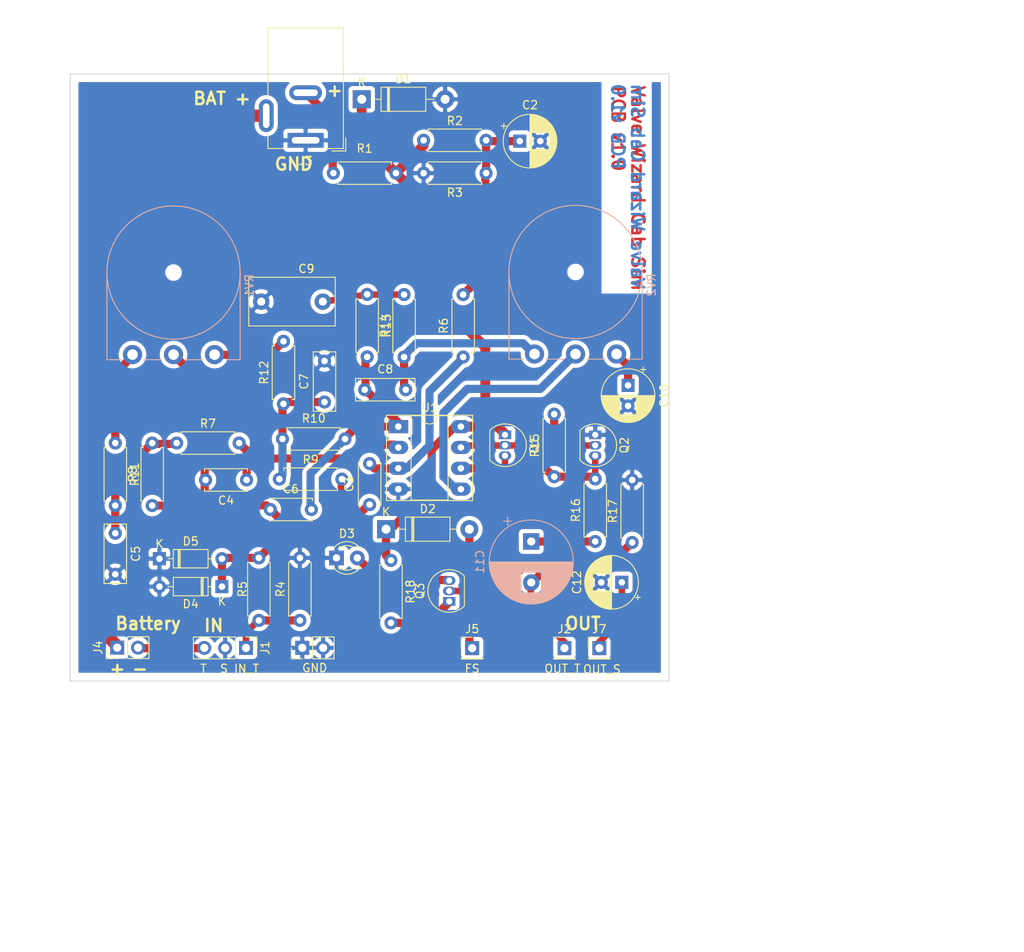
<source format=kicad_pcb>
(kicad_pcb (version 20171130) (host pcbnew "(5.1.10-1-10_14)")
  (layers (0 F.Cu signal) (31 B.Cu signal) (34 B.Paste user) (35 F.Paste user) (36 B.SilkS user) (37 F.SilkS user) (38 B.Mask user) (39 F.Mask user) (44 Edge.Cuts user))
  (net 0 "")
  (net 1 9V)
  (net 2 4.5V)
  (net 3 "Net-(C3-Pad2)")
  (net 4 "Net-(C3-Pad1)")
  (net 5 "Net-(C4-Pad2)")
  (net 6 "Net-(C4-Pad1)")
  (net 7 "Net-(C5-Pad1)")
  (net 8 "Net-(C6-Pad2)")
  (net 9 "Net-(C7-Pad1)")
  (net 10 "Net-(C8-Pad2)")
  (net 11 "Net-(C9-Pad1)")
  (net 12 "Net-(C10-Pad1)")
  (net 13 "Net-(C11-Pad1)")
  (net 14 "Net-(D3-Pad2)")
  (net 15 "Net-(J3-Pad2)")
  (net 16 "Net-(J3-Pad3)")
  (net 17 "Net-(Q1-Pad3)")
  (net 18 "Net-(Q1-Pad2)")
  (net 19 "Net-(Q3-Pad1)")
  (net 20 "Net-(R11-Pad1)")
  (net 21 "Net-(R12-Pad2)")
  (net 22 "Net-(RV2-Pad2)")
  (net 23 FS_IN2)
  (net 24 FS_NC2)
  (net 25 FS_IN)
  (net 26 IN_S)
  (net 27 IN_R)
  (net 28 "Net-(C12-Pad1)")
  (module border-motif:border-motif (layer F.Cu) (at 134 100)
    (fp_text reference G*** hide)
    (fp_text value LOGO hide)
  )
  (module border-motif:border-motif (layer F.Cu) (at 152 120)
    (fp_text reference G*** hide)
    (fp_text value LOGO hide)
  )
  (module MountingHole:MountingHole_2.7mm_Pad (layer F.Cu) (at 76.8477 130.99)
    (fp_text reference REF** hide)
    (fp_text value MountingHole_2.7mm_Pad hide)
    (pad "" np_thru_hole circle (at 0 0) (size 1 1) (drill 1) (layers *.Cu *.Mask))
  )
  (module Potentiometer_THT:Potentiometer_Piher_T-16L_Single_Vertical_Hole (layer B.Cu) (at 96.33726 75.12736 90)
    (fp_text reference RV2 (at 8.415 14.25 270) (layer B.SilkS) (effects (justify mirror)))
    (fp_text value 100KA)
    (pad "" np_thru_hole circle (at 10 5 90) (size 1 1) (drill 1) (layers *.Cu *.Mask Dwgs.User))
    (pad 1 thru_hole circle (at 0 0 90) (size 2.34 2.34) (drill 1.3) (layers *.Cu *.Mask) (net 10 "Net-(C8-Pad2)"))
    (pad 2 thru_hole circle (at 0 5 90) (size 2.34 2.34) (drill 1.3) (layers *.Cu *.Mask) (net 22 "Net-(RV2-Pad2)"))
    (pad 3 thru_hole circle (at 0 10 90) (size 2.34 2.34) (drill 1.3) (layers *.Cu *.Mask) (net 12 "Net-(C10-Pad1)"))
  )
  (module Potentiometer_THT:Potentiometer_Piher_T-16L_Single_Vertical_Hole (layer B.Cu) (at 47.33726 75.19736 90)
    (fp_text reference RV1 (at 8.415 14.25 270) (layer B.SilkS) (effects (justify mirror)))
    (fp_text value "CAB 100K")
    (pad "" np_thru_hole circle (at 10 5 90) (size 1 1) (drill 1) (layers *.Cu *.Mask Dwgs.User))
    (pad 1 thru_hole circle (at 0 0 90) (size 2.34 2.34) (drill 1.3) (layers *.Cu *.Mask) (net 20 "Net-(R11-Pad1)"))
    (pad 2 thru_hole circle (at 0 5 90) (size 2.34 2.34) (drill 1.3) (layers *.Cu *.Mask) (net 5 "Net-(C4-Pad2)"))
    (pad 3 thru_hole circle (at 0 10 90) (size 2.34 2.34) (drill 1.3) (layers *.Cu *.Mask) (net 21 "Net-(R12-Pad2)"))
  )
  (module Connector_PinHeader_2.54mm:PinHeader_1x02_P2.54mm_Vertical (layer F.Cu) (at 68.02726 110.93736 90)
    (fp_text reference J6 hide)
    (fp_text value GND (at -2.45 1.52 180) (layer F.SilkS))
    (pad 2 thru_hole oval (at 0 2.54 90) (size 1.7 1.7) (drill 1) (layers *.Cu *.Mask) (net 26 IN_S))
    (pad 1 thru_hole rect (at 0 0 90) (size 1.7 1.7) (drill 1) (layers *.Cu *.Mask) (net 26 IN_S))
  )
  (module Package_DIP:DIP-8_W7.62mm_Socket_LongPads (layer F.Cu) (at 79.73726 83.97736)
    (fp_text reference U1 (at 3.81 -2.33) (layer F.SilkS))
    (fp_text value TL072)
    (pad 8 thru_hole oval (at 7.62 0) (size 2.4 1.6) (drill 0.8) (layers *.Cu *.Mask) (net 1 9V))
    (pad 4 thru_hole oval (at 0 7.62) (size 2.4 1.6) (drill 0.8) (layers *.Cu *.Mask) (net 26 IN_S))
    (pad 7 thru_hole oval (at 7.62 2.54) (size 2.4 1.6) (drill 0.8) (layers *.Cu *.Mask) (net 18 "Net-(Q1-Pad2)"))
    (pad 3 thru_hole oval (at 0 5.08) (size 2.4 1.6) (drill 0.8) (layers *.Cu *.Mask) (net 3 "Net-(C3-Pad2)"))
    (pad 6 thru_hole oval (at 7.62 5.08) (size 2.4 1.6) (drill 0.8) (layers *.Cu *.Mask) (net 17 "Net-(Q1-Pad3)"))
    (pad 2 thru_hole oval (at 0 2.54) (size 2.4 1.6) (drill 0.8) (layers *.Cu *.Mask) (net 6 "Net-(C4-Pad1)"))
    (pad 5 thru_hole oval (at 7.62 7.62) (size 2.4 1.6) (drill 0.8) (layers *.Cu *.Mask) (net 22 "Net-(RV2-Pad2)"))
    (pad 1 thru_hole rect (at 0 0) (size 2.4 1.6) (drill 0.8) (layers *.Cu *.Mask) (net 8 "Net-(C6-Pad2)"))
  )
  (module Connector_PinHeader_2.54mm:PinHeader_1x02_P2.54mm_Vertical (layer F.Cu) (at 45.46726 110.91736 90)
    (fp_text reference J4 (at 0 -2.33 90) (layer F.SilkS))
    (fp_text value Battery (at 2.94 3.77 180) (layer F.SilkS) (effects (font (size 1.5 1.5) (thickness 0.3))))
    (pad 2 thru_hole oval (at 0 2.54 90) (size 1.7 1.7) (drill 1) (layers *.Cu *.Mask) (net 27 IN_R))
    (pad 1 thru_hole rect (at 0 0 90) (size 1.7 1.7) (drill 1) (layers *.Cu *.Mask) (net 16 "Net-(J3-Pad3)"))
  )
  (module Connector_PinHeader_2.54mm:PinHeader_1x01_P2.54mm_Vertical (layer F.Cu) (at 104.23726 110.97736)
    (fp_text reference J7 (at 0 -2.33) (layer F.SilkS))
    (fp_text value OUT_S (at 0.32 2.58) (layer F.SilkS))
    (pad 1 thru_hole rect (at 0 0) (size 1.7 1.7) (drill 1) (layers *.Cu *.Mask) (net 28 "Net-(C12-Pad1)"))
  )
  (module Connector_PinHeader_2.54mm:PinHeader_1x01_P2.54mm_Vertical (layer F.Cu) (at 88.73726 110.97736)
    (fp_text reference J5 (at 0 -2.33) (layer F.SilkS))
    (fp_text value FS4)
    (pad 1 thru_hole rect (at 0 0) (size 1.7 1.7) (drill 1) (layers *.Cu *.Mask) (net 24 FS_NC2))
  )
  (module Connector_PinHeader_2.54mm:PinHeader_1x01_P2.54mm_Vertical (layer F.Cu) (at 99.98726 110.97736)
    (fp_text reference J2 (at 0 -2.33) (layer F.SilkS))
    (fp_text value FS_5)
    (pad 1 thru_hole rect (at 0 0) (size 1.7 1.7) (drill 1) (layers *.Cu *.Mask) (net 23 FS_IN2))
  )
  (module Connector_PinHeader_2.54mm:PinHeader_1x03_P2.54mm_Vertical (layer F.Cu) (at 61.16726 110.94736 270)
    (fp_text reference J1 (at 0 -2.33 90) (layer F.SilkS))
    (fp_text value IN (at -2.72 3.93 180) (layer F.SilkS) (effects (font (size 1.5 1.5) (thickness 0.3))))
    (pad 3 thru_hole oval (at 0 5.08 270) (size 1.7 1.7) (drill 1) (layers *.Cu *.Mask) (net 27 IN_R))
    (pad 2 thru_hole oval (at 0 2.54 270) (size 1.7 1.7) (drill 1) (layers *.Cu *.Mask) (net 26 IN_S))
    (pad 1 thru_hole rect (at 0 0 270) (size 1.7 1.7) (drill 1) (layers *.Cu *.Mask) (net 25 FS_IN))
  )
  (module Capacitor_THT:CP_Radial_D6.3mm_P2.50mm (layer F.Cu) (at 106.97726 102.95736 180)
    (fp_text reference C12 (at 5.48 0 90) (layer F.SilkS))
    (fp_text value 1u)
    (pad 2 thru_hole circle (at 2.5 0 180) (size 1.6 1.6) (drill 0.8) (layers *.Cu *.Mask) (net 26 IN_S))
    (pad 1 thru_hole rect (at 0 0 180) (size 1.6 1.6) (drill 0.8) (layers *.Cu *.Mask) (net 28 "Net-(C12-Pad1)"))
  )
  (module Capacitor_THT:C_Disc_D7.0mm_W2.5mm_P5.00mm (layer F.Cu) (at 70.73726 80.97736 90)
    (fp_text reference C7 (at 2.5 -2.5 90) (layer F.SilkS))
    (fp_text value 470n)
    (pad 2 thru_hole circle (at 5 0 90) (size 1.6 1.6) (drill 0.8) (layers *.Cu *.Mask) (net 26 IN_S))
    (pad 1 thru_hole circle (at 0 0 90) (size 1.6 1.6) (drill 0.8) (layers *.Cu *.Mask) (net 9 "Net-(C7-Pad1)"))
  )
  (module Capacitor_THT:C_Disc_D7.0mm_W2.5mm_P5.00mm (layer F.Cu) (at 75.63726 79.47736)
    (fp_text reference C8 (at 2.5 -2.5) (layer F.SilkS))
    (fp_text value 220p)
    (pad 2 thru_hole circle (at 5 0) (size 1.6 1.6) (drill 0.8) (layers *.Cu *.Mask) (net 10 "Net-(C8-Pad2)"))
    (pad 1 thru_hole circle (at 0 0) (size 1.6 1.6) (drill 0.8) (layers *.Cu *.Mask) (net 8 "Net-(C6-Pad2)"))
  )
  (module Capacitor_THT:C_Disc_D7.0mm_W2.5mm_P5.00mm (layer F.Cu) (at 45.23726 96.97736 270)
    (fp_text reference C5 (at 2.5 -2.5 90) (layer F.SilkS))
    (fp_text value 22n)
    (pad 2 thru_hole circle (at 5 0 270) (size 1.6 1.6) (drill 0.8) (layers *.Cu *.Mask) (net 26 IN_S))
    (pad 1 thru_hole circle (at 0 0 270) (size 1.6 1.6) (drill 0.8) (layers *.Cu *.Mask) (net 7 "Net-(C5-Pad1)"))
  )
  (module Resistor_THT:R_Axial_DIN0207_L6.3mm_D2.5mm_P7.62mm_Horizontal (layer F.Cu) (at 78.83726 100.27736 270)
    (fp_text reference R18 (at 3.81 -2.37 90) (layer F.SilkS))
    (fp_text value 4k7)
    (pad 2 thru_hole oval (at 7.62 0 270) (size 1.6 1.6) (drill 0.8) (layers *.Cu *.Mask) (net 19 "Net-(Q3-Pad1)"))
    (pad 1 thru_hole circle (at 0 0 270) (size 1.6 1.6) (drill 0.8) (layers *.Cu *.Mask) (net 1 9V))
  )
  (module Resistor_THT:R_Axial_DIN0207_L6.3mm_D2.5mm_P7.62mm_Horizontal (layer F.Cu) (at 108.23726 98.09736 90)
    (fp_text reference R17 (at 3.81 -2.37 90) (layer F.SilkS))
    (fp_text value 10k)
    (pad 2 thru_hole oval (at 7.62 0 90) (size 1.6 1.6) (drill 0.8) (layers *.Cu *.Mask) (net 26 IN_S))
    (pad 1 thru_hole circle (at 0 0 90) (size 1.6 1.6) (drill 0.8) (layers *.Cu *.Mask) (net 23 FS_IN2))
  )
  (module Resistor_THT:R_Axial_DIN0207_L6.3mm_D2.5mm_P7.62mm_Horizontal (layer F.Cu) (at 103.73726 97.97736 90)
    (fp_text reference R16 (at 3.81 -2.37 90) (layer F.SilkS))
    (fp_text value 10R)
    (pad 2 thru_hole oval (at 7.62 0 90) (size 1.6 1.6) (drill 0.8) (layers *.Cu *.Mask) (net 17 "Net-(Q1-Pad3)"))
    (pad 1 thru_hole circle (at 0 0 90) (size 1.6 1.6) (drill 0.8) (layers *.Cu *.Mask) (net 13 "Net-(C11-Pad1)"))
  )
  (module Resistor_THT:R_Axial_DIN0207_L6.3mm_D2.5mm_P7.62mm_Horizontal (layer F.Cu) (at 98.73726 90.07736 90)
    (fp_text reference R15 (at 3.81 -2.37 90) (layer F.SilkS))
    (fp_text value 220R)
    (pad 2 thru_hole oval (at 7.62 0 90) (size 1.6 1.6) (drill 0.8) (layers *.Cu *.Mask) (net 18 "Net-(Q1-Pad2)"))
    (pad 1 thru_hole circle (at 0 0 90) (size 1.6 1.6) (drill 0.8) (layers *.Cu *.Mask) (net 17 "Net-(Q1-Pad3)"))
  )
  (module Resistor_THT:R_Axial_DIN0207_L6.3mm_D2.5mm_P7.62mm_Horizontal (layer F.Cu) (at 80.43726 75.49736 90)
    (fp_text reference R14 (at 3.81 -2.37 90) (layer F.SilkS))
    (fp_text value 33k)
    (pad 2 thru_hole oval (at 7.62 0 90) (size 1.6 1.6) (drill 0.8) (layers *.Cu *.Mask) (net 11 "Net-(C9-Pad1)"))
    (pad 1 thru_hole circle (at 0 0 90) (size 1.6 1.6) (drill 0.8) (layers *.Cu *.Mask) (net 10 "Net-(C8-Pad2)"))
  )
  (module Resistor_THT:R_Axial_DIN0207_L6.3mm_D2.5mm_P7.62mm_Horizontal (layer F.Cu) (at 75.93726 67.85736 270)
    (fp_text reference R13 (at 3.81 -2.37 90) (layer F.SilkS))
    (fp_text value 330R)
    (pad 2 thru_hole oval (at 7.62 0 270) (size 1.6 1.6) (drill 0.8) (layers *.Cu *.Mask) (net 8 "Net-(C6-Pad2)"))
    (pad 1 thru_hole circle (at 0 0 270) (size 1.6 1.6) (drill 0.8) (layers *.Cu *.Mask) (net 11 "Net-(C9-Pad1)"))
  )
  (module Resistor_THT:R_Axial_DIN0207_L6.3mm_D2.5mm_P7.62mm_Horizontal (layer F.Cu) (at 65.73726 81.19736 90)
    (fp_text reference R12 (at 3.81 -2.37 90) (layer F.SilkS))
    (fp_text value 47K)
    (pad 2 thru_hole oval (at 7.62 0 90) (size 1.6 1.6) (drill 0.8) (layers *.Cu *.Mask) (net 21 "Net-(R12-Pad2)"))
    (pad 1 thru_hole circle (at 0 0 90) (size 1.6 1.6) (drill 0.8) (layers *.Cu *.Mask) (net 9 "Net-(C7-Pad1)"))
  )
  (module Resistor_THT:R_Axial_DIN0207_L6.3mm_D2.5mm_P7.62mm_Horizontal (layer F.Cu) (at 45.23726 85.97736 270)
    (fp_text reference R11 (at 3.81 -2.37 90) (layer F.SilkS))
    (fp_text value 1k)
    (pad 2 thru_hole oval (at 7.62 0 270) (size 1.6 1.6) (drill 0.8) (layers *.Cu *.Mask) (net 7 "Net-(C5-Pad1)"))
    (pad 1 thru_hole circle (at 0 0 270) (size 1.6 1.6) (drill 0.8) (layers *.Cu *.Mask) (net 20 "Net-(R11-Pad1)"))
  )
  (module Resistor_THT:R_Axial_DIN0207_L6.3mm_D2.5mm_P7.62mm_Horizontal (layer F.Cu) (at 73.23726 85.47736 180)
    (fp_text reference R10 (at 3.81 2.5) (layer F.SilkS))
    (fp_text value 10K)
    (pad 2 thru_hole oval (at 7.62 0 180) (size 1.6 1.6) (drill 0.8) (layers *.Cu *.Mask) (net 9 "Net-(C7-Pad1)"))
    (pad 1 thru_hole circle (at 0 0 180) (size 1.6 1.6) (drill 0.8) (layers *.Cu *.Mask) (net 8 "Net-(C6-Pad2)"))
  )
  (module Resistor_THT:R_Axial_DIN0207_L6.3mm_D2.5mm_P7.62mm_Horizontal (layer F.Cu) (at 65.23726 90.37736)
    (fp_text reference R9 (at 3.81 -2.37) (layer F.SilkS))
    (fp_text value 180K)
    (pad 2 thru_hole oval (at 7.62 0) (size 1.6 1.6) (drill 0.8) (layers *.Cu *.Mask) (net 5 "Net-(C4-Pad2)"))
    (pad 1 thru_hole circle (at 0 0) (size 1.6 1.6) (drill 0.8) (layers *.Cu *.Mask) (net 9 "Net-(C7-Pad1)"))
  )
  (module Resistor_THT:R_Axial_DIN0207_L6.3mm_D2.5mm_P7.62mm_Horizontal (layer F.Cu) (at 49.73726 93.59736 90)
    (fp_text reference R8 (at 3.81 -2.37 90) (layer F.SilkS))
    (fp_text value 22k)
    (pad 2 thru_hole oval (at 7.62 0 90) (size 1.6 1.6) (drill 0.8) (layers *.Cu *.Mask) (net 7 "Net-(C5-Pad1)"))
    (pad 1 thru_hole circle (at 0 0 90) (size 1.6 1.6) (drill 0.8) (layers *.Cu *.Mask) (net 5 "Net-(C4-Pad2)"))
  )
  (module Resistor_THT:R_Axial_DIN0207_L6.3mm_D2.5mm_P7.62mm_Horizontal (layer F.Cu) (at 52.71726 85.97736)
    (fp_text reference R7 (at 3.81 -2.37) (layer F.SilkS))
    (fp_text value 10k)
    (pad 2 thru_hole oval (at 7.62 0) (size 1.6 1.6) (drill 0.8) (layers *.Cu *.Mask) (net 6 "Net-(C4-Pad1)"))
    (pad 1 thru_hole circle (at 0 0) (size 1.6 1.6) (drill 0.8) (layers *.Cu *.Mask) (net 7 "Net-(C5-Pad1)"))
  )
  (module Resistor_THT:R_Axial_DIN0207_L6.3mm_D2.5mm_P7.62mm_Horizontal (layer F.Cu) (at 87.63726 75.49736 90)
    (fp_text reference R6 (at 3.81 -2.37 90) (layer F.SilkS))
    (fp_text value 1M)
    (pad 2 thru_hole oval (at 7.62 0 90) (size 1.6 1.6) (drill 0.8) (layers *.Cu *.Mask) (net 2 4.5V))
    (pad 1 thru_hole circle (at 0 0 90) (size 1.6 1.6) (drill 0.8) (layers *.Cu *.Mask) (net 3 "Net-(C3-Pad2)"))
  )
  (module Resistor_THT:R_Axial_DIN0207_L6.3mm_D2.5mm_P7.62mm_Horizontal (layer F.Cu) (at 62.73726 99.97736 270)
    (fp_text reference R5 (at 3.81 2 90) (layer F.SilkS))
    (fp_text value 1K)
    (pad 2 thru_hole oval (at 7.62 0 270) (size 1.6 1.6) (drill 0.8) (layers *.Cu *.Mask) (net 25 FS_IN))
    (pad 1 thru_hole circle (at 0 0 270) (size 1.6 1.6) (drill 0.8) (layers *.Cu *.Mask) (net 4 "Net-(C3-Pad1)"))
  )
  (module Resistor_THT:R_Axial_DIN0207_L6.3mm_D2.5mm_P7.62mm_Horizontal (layer F.Cu) (at 67.73726 107.59736 90)
    (fp_text reference R4 (at 3.81 -2.37 90) (layer F.SilkS))
    (fp_text value 1M)
    (pad 2 thru_hole oval (at 7.62 0 90) (size 1.6 1.6) (drill 0.8) (layers *.Cu *.Mask) (net 26 IN_S))
    (pad 1 thru_hole circle (at 0 0 90) (size 1.6 1.6) (drill 0.8) (layers *.Cu *.Mask) (net 25 FS_IN))
  )
  (module Resistor_THT:R_Axial_DIN0207_L6.3mm_D2.5mm_P7.62mm_Horizontal (layer F.Cu) (at 90.43726 53.07736 180)
    (fp_text reference R3 (at 3.81 -2.37) (layer F.SilkS))
    (fp_text value 100K)
    (pad 2 thru_hole oval (at 7.62 0 180) (size 1.6 1.6) (drill 0.8) (layers *.Cu *.Mask) (net 26 IN_S))
    (pad 1 thru_hole circle (at 0 0 180) (size 1.6 1.6) (drill 0.8) (layers *.Cu *.Mask) (net 2 4.5V))
  )
  (module Resistor_THT:R_Axial_DIN0207_L6.3mm_D2.5mm_P7.62mm_Horizontal (layer F.Cu) (at 82.81726 49.07736)
    (fp_text reference R2 (at 3.81 -2.37) (layer F.SilkS))
    (fp_text value 100K)
    (pad 2 thru_hole oval (at 7.62 0) (size 1.6 1.6) (drill 0.8) (layers *.Cu *.Mask) (net 2 4.5V))
    (pad 1 thru_hole circle (at 0 0) (size 1.6 1.6) (drill 0.8) (layers *.Cu *.Mask) (net 1 9V))
  )
  (module Resistor_THT:R_Axial_DIN0207_L6.3mm_D2.5mm_P7.62mm_Horizontal (layer F.Cu) (at 79.43726 53.07736 180)
    (fp_text reference R1 (at 3.81 3) (layer F.SilkS))
    (fp_text value 10R)
    (pad 2 thru_hole oval (at 7.62 0 180) (size 1.6 1.6) (drill 0.8) (layers *.Cu *.Mask) (net 15 "Net-(J3-Pad2)"))
    (pad 1 thru_hole circle (at 0 0 180) (size 1.6 1.6) (drill 0.8) (layers *.Cu *.Mask) (net 1 9V))
  )
  (module Package_TO_SOT_THT:TO-92_Inline (layer F.Cu) (at 85.93726 105.27736 90)
    (fp_text reference Q3 (at 1.27 -3.56 90) (layer F.SilkS))
    (fp_text value BS170)
    (pad 1 thru_hole rect (at 0 0 90) (size 1.05 1.5) (drill 0.75) (layers *.Cu *.Mask) (net 19 "Net-(Q3-Pad1)"))
    (pad 3 thru_hole oval (at 2.54 0 90) (size 1.05 1.5) (drill 0.75) (layers *.Cu *.Mask) (net 14 "Net-(D3-Pad2)"))
    (pad 2 thru_hole oval (at 1.27 0 90) (size 1.05 1.5) (drill 0.75) (layers *.Cu *.Mask) (net 24 FS_NC2))
  )
  (module Package_TO_SOT_THT:TO-92_Inline (layer F.Cu) (at 103.73726 84.97736 270)
    (fp_text reference Q2 (at 1.27 -3.56 90) (layer F.SilkS))
    (fp_text value BC327)
    (pad 1 thru_hole rect (at 0 0 270) (size 1.05 1.5) (drill 0.75) (layers *.Cu *.Mask) (net 26 IN_S))
    (pad 3 thru_hole oval (at 2.54 0 270) (size 1.05 1.5) (drill 0.75) (layers *.Cu *.Mask) (net 17 "Net-(Q1-Pad3)"))
    (pad 2 thru_hole oval (at 1.27 0 270) (size 1.05 1.5) (drill 0.75) (layers *.Cu *.Mask) (net 18 "Net-(Q1-Pad2)"))
  )
  (module Package_TO_SOT_THT:TO-92_Inline (layer F.Cu) (at 92.73726 84.97736 270)
    (fp_text reference Q1 (at 1.27 -3.56 90) (layer F.SilkS))
    (fp_text value BC337)
    (pad 1 thru_hole rect (at 0 0 270) (size 1.05 1.5) (drill 0.75) (layers *.Cu *.Mask) (net 1 9V))
    (pad 3 thru_hole oval (at 2.54 0 270) (size 1.05 1.5) (drill 0.75) (layers *.Cu *.Mask) (net 17 "Net-(Q1-Pad3)"))
    (pad 2 thru_hole oval (at 1.27 0 270) (size 1.05 1.5) (drill 0.75) (layers *.Cu *.Mask) (net 18 "Net-(Q1-Pad2)"))
  )
  (module LED_THT:LED_D3.0mm_FlatTop (layer F.Cu) (at 72.19726 99.97736)
    (fp_text reference D3 (at 1.27 -2.96) (layer F.SilkS))
    (fp_text value LED)
    (pad 2 thru_hole circle (at 2.54 0) (size 1.8 1.8) (drill 0.9) (layers *.Cu *.Mask) (net 14 "Net-(D3-Pad2)"))
    (pad 1 thru_hole rect (at 0 0) (size 1.8 1.8) (drill 0.9) (layers *.Cu *.Mask) (net 26 IN_S))
  )
  (module Capacitor_THT:C_Rect_L10.3mm_W5.7mm_P7.50mm_MKS4 (layer F.Cu) (at 70.53 68.74 180)
    (fp_text reference C9 (at 2 4) (layer F.SilkS))
    (fp_text value 330n)
    (pad 2 thru_hole circle (at 7.5 0 180) (size 2 2) (drill 1) (layers *.Cu *.Mask) (net 26 IN_S))
    (pad 1 thru_hole circle (at 0 0 180) (size 2 2) (drill 1) (layers *.Cu *.Mask) (net 11 "Net-(C9-Pad1)"))
  )
  (module Capacitor_THT:C_Disc_D5.0mm_W2.5mm_P5.00mm (layer F.Cu) (at 64.13726 94.07736)
    (fp_text reference C6 (at 2.5 -2.5) (layer F.SilkS))
    (fp_text value 22n)
    (pad 2 thru_hole circle (at 5 0) (size 1.6 1.6) (drill 0.8) (layers *.Cu *.Mask) (net 8 "Net-(C6-Pad2)"))
    (pad 1 thru_hole circle (at 0 0) (size 1.6 1.6) (drill 0.8) (layers *.Cu *.Mask) (net 5 "Net-(C4-Pad2)"))
  )
  (module Capacitor_THT:C_Disc_D5.0mm_W2.5mm_P5.00mm (layer F.Cu) (at 61.23726 90.47736 180)
    (fp_text reference C4 (at 2.5 -2.5) (layer F.SilkS))
    (fp_text value 1n)
    (pad 2 thru_hole circle (at 5 0 180) (size 1.6 1.6) (drill 0.8) (layers *.Cu *.Mask) (net 5 "Net-(C4-Pad2)"))
    (pad 1 thru_hole circle (at 0 0 180) (size 1.6 1.6) (drill 0.8) (layers *.Cu *.Mask) (net 6 "Net-(C4-Pad1)"))
  )
  (module Connector_BarrelJack:BarrelJack_Wuerth_6941xx301002 (layer F.Cu) (at 68.43726 49.07736 180)
    (fp_text reference J3 (at 0 -2.5) (layer F.SilkS))
    (fp_text value Power)
    (pad 1 thru_hole rect (at 0 0 180) (size 4.4 1.8) (drill oval 3.4 0.8) (layers *.Cu *.Mask) (net 26 IN_S))
    (pad 2 thru_hole oval (at 0 5.8 180) (size 4 1.8) (drill oval 3 0.8) (layers *.Cu *.Mask) (net 15 "Net-(J3-Pad2)"))
    (pad 3 thru_hole oval (at 4.8 3 270) (size 4 1.8) (drill oval 3 0.8) (layers *.Cu *.Mask) (net 16 "Net-(J3-Pad3)"))
  )
  (module Diode_THT:D_DO-35_SOD27_P7.62mm_Horizontal (layer F.Cu) (at 50.61726 100.07736)
    (fp_text reference D5 (at 3.81 -2.12) (layer F.SilkS))
    (fp_text value 1n4148)
    (fp_text user K (at 0 -1.8) (layer F.SilkS))
    (pad 2 thru_hole oval (at 7.62 0) (size 1.6 1.6) (drill 0.8) (layers *.Cu *.Mask) (net 4 "Net-(C3-Pad1)"))
    (pad 1 thru_hole rect (at 0 0) (size 1.6 1.6) (drill 0.8) (layers *.Cu *.Mask) (net 26 IN_S))
  )
  (module Diode_THT:D_DO-35_SOD27_P7.62mm_Horizontal (layer F.Cu) (at 58.23726 103.47736 180)
    (fp_text reference D4 (at 3.81 -2.12) (layer F.SilkS))
    (fp_text value 1n4148)
    (fp_text user K (at 0 -1.8) (layer F.SilkS))
    (pad 2 thru_hole oval (at 7.62 0 180) (size 1.6 1.6) (drill 0.8) (layers *.Cu *.Mask) (net 26 IN_S))
    (pad 1 thru_hole rect (at 0 0 180) (size 1.6 1.6) (drill 0.8) (layers *.Cu *.Mask) (net 4 "Net-(C3-Pad1)"))
  )
  (module Diode_THT:D_DO-41_SOD81_P10.16mm_Horizontal (layer F.Cu) (at 78.23726 96.47736)
    (fp_text reference D2 (at 5.08 -2.47) (layer F.SilkS))
    (fp_text value 1n4001)
    (fp_text user K (at 0 -2.1) (layer F.SilkS))
    (pad 2 thru_hole oval (at 10.16 0) (size 2.2 2.2) (drill 1.1) (layers *.Cu *.Mask) (net 24 FS_NC2))
    (pad 1 thru_hole rect (at 0 0) (size 2.2 2.2) (drill 1.1) (layers *.Cu *.Mask) (net 1 9V))
  )
  (module Diode_THT:D_DO-41_SOD81_P10.16mm_Horizontal (layer F.Cu) (at 75.27726 44.07736)
    (fp_text reference D1 (at 5.08 -2.47) (layer F.SilkS))
    (fp_text value 1n4001)
    (fp_text user K (at 0 -2.1) (layer F.SilkS))
    (pad 2 thru_hole oval (at 10.16 0) (size 2.2 2.2) (drill 1.1) (layers *.Cu *.Mask) (net 26 IN_S))
    (pad 1 thru_hole rect (at 0 0) (size 2.2 2.2) (drill 1.1) (layers *.Cu *.Mask) (net 1 9V))
  )
  (module Capacitor_THT:CP_Radial_D10.0mm_P5.00mm (layer B.Cu) (at 95.93726 97.97736 270)
    (fp_text reference C11 (at 2.5 6.25 270) (layer B.SilkS) (effects (justify mirror)))
    (fp_text value 470u)
    (pad 2 thru_hole circle (at 5 0 270) (size 2 2) (drill 1) (layers *.Cu *.Mask) (net 23 FS_IN2))
    (pad 1 thru_hole rect (at 0 0 270) (size 2 2) (drill 1) (layers *.Cu *.Mask) (net 13 "Net-(C11-Pad1)"))
  )
  (module Capacitor_THT:CP_Radial_D6.3mm_P2.50mm (layer F.Cu) (at 107.73726 78.94736 270)
    (fp_text reference C10 (at 1.25 -4.4 90) (layer F.SilkS))
    (fp_text value 47u)
    (pad 2 thru_hole circle (at 2.5 0 270) (size 1.6 1.6) (drill 0.8) (layers *.Cu *.Mask) (net 26 IN_S))
    (pad 1 thru_hole rect (at 0 0 270) (size 1.6 1.6) (drill 0.8) (layers *.Cu *.Mask) (net 12 "Net-(C10-Pad1)"))
  )
  (module Capacitor_THT:C_Disc_D5.0mm_W2.5mm_P5.00mm (layer F.Cu) (at 76.23726 93.47736 90)
    (fp_text reference C3 (at 2.5 -2.5 90) (layer F.SilkS))
    (fp_text value 2n2)
    (pad 2 thru_hole circle (at 5 0 90) (size 1.6 1.6) (drill 0.8) (layers *.Cu *.Mask) (net 3 "Net-(C3-Pad2)"))
    (pad 1 thru_hole circle (at 0 0 90) (size 1.6 1.6) (drill 0.8) (layers *.Cu *.Mask) (net 4 "Net-(C3-Pad1)"))
  )
  (module Capacitor_THT:CP_Radial_D6.3mm_P2.50mm (layer F.Cu) (at 94.53726 49.17736)
    (fp_text reference C2 (at 1.25 -4.4) (layer F.SilkS))
    (fp_text value 47u)
    (pad 2 thru_hole circle (at 2.5 0) (size 1.6 1.6) (drill 0.8) (layers *.Cu *.Mask) (net 26 IN_S))
    (pad 1 thru_hole rect (at 0 0) (size 1.6 1.6) (drill 0.8) (layers *.Cu *.Mask) (net 2 4.5V))
  )
  (gr_text GND (at 66.98726 51.97736) (layer F.SilkS) (effects (font (size 1.5 1.5) (thickness 0.3))))
  (gr_text + (at 71.98726 42.97736) (layer F.SilkS) (effects (font (size 1.5 1.5) (thickness 0.3))))
  (gr_text "BAT +" (at 58.23726 43.97736) (layer F.SilkS) (effects (font (size 1.5 1.5) (thickness 0.3))))
  (gr_text OUT (at 102.23726 107.97736) (layer F.SilkS) (effects (font (size 1.5 1.5) (thickness 0.3))))
  (gr_text T (at 55.98726 113.47736) (layer F.SilkS) (effects (font (size 1 1))))
  (gr_text IN_T (at 61.23726 113.47736) (layer F.SilkS) (effects (font (size 1 1))))
  (gr_text S (at 58.48726 113.47736) (layer F.SilkS) (effects (font (size 1 1))))
  (gr_text - (at 48.23726 113.47736) (layer F.SilkS) (effects (font (size 1.5 1.5) (thickness 0.3))))
  (gr_text + (at 45.48726 113.47736) (layer F.SilkS) (effects (font (size 1.5 1.5) (thickness 0.3))))
  (gr_text OUT_T (at 99.73726 113.47736) (layer F.SilkS) (effects (font (size 1 1))))
  (gr_text FS (at 88.73726 113.47736) (layer F.SilkS) (effects (font (size 1 1))))
  (gr_text "Valve Wizard Cab Sim\nPCB v1.0" (at 107.68838 42.01668 -90) (layer B.Cu) (effects (font (size 1.5 1.5) (thickness 0.3)) (justify right mirror)))
  (gr_text "Valve Wizard Cab Sim\nPCB v1.0" (at 107.73918 42.2656 -90) (layer F.Cu) (effects (font (size 1.5 1.5) (thickness 0.3)) (justify left)))
  (gr_line (start 112.73726 40.97736) (end 112.73726 114.97736) (layer Edge.Cuts) (width 0.1))
  (gr_line (start 39.73726 40.97736) (end 112.73726 40.97736) (layer Edge.Cuts) (width 0.1))
  (gr_line (start 39.73726 114.97736) (end 39.73726 40.97736) (layer Edge.Cuts) (width 0.1))
  (gr_line (start 112.73726 114.97736) (end 39.73726 114.97736) (layer Edge.Cuts) (width 0.1))
  (segment (start 75.27726 44.07736) (end 75.27726 48.91736) (width 1.2) (layer F.Cu) (net 1))
  (segment (start 75.27726 48.91736) (end 79.43726 53.07736) (width 1.2) (layer F.Cu) (net 1))
  (segment (start 82.81726 49.07736) (end 82.81726 49.69736) (width 1.2) (layer F.Cu) (net 1))
  (segment (start 82.81726 49.69736) (end 79.43726 53.07736) (width 1.2) (layer F.Cu) (net 1))
  (segment (start 79.43726 53.07736) (end 79.53726 53.17736) (width 1.2) (layer F.Cu) (net 1))
  (segment (start 85.33726 69.27736) (end 85.33726 60.97736) (width 1.2) (layer F.Cu) (net 1))
  (segment (start 90.33726 74.27736) (end 85.33726 69.27736) (width 1.2) (layer F.Cu) (net 1))
  (segment (start 90.33726 83.97736) (end 90.33726 74.27736) (width 1.2) (layer F.Cu) (net 1))
  (segment (start 85.33726 58.97736) (end 85.33726 61.07736) (width 1.2) (layer F.Cu) (net 1))
  (segment (start 79.43726 53.07736) (end 85.33726 58.97736) (width 1.2) (layer F.Cu) (net 1))
  (segment (start 91.85726 83.97736) (end 92.69726 84.81736) (width 1.2) (layer F.Cu) (net 1))
  (segment (start 90.33726 83.97736) (end 91.85726 83.97736) (width 1.2) (layer F.Cu) (net 1))
  (segment (start 87.33726 83.97736) (end 87.43726 83.97736) (width 1.2) (layer F.Cu) (net 1))
  (segment (start 87.35726 83.97736) (end 90.33726 83.97736) (width 1.2) (layer F.Cu) (net 1))
  (segment (start 78.23726 96.47736) (end 78.23726 99.67736) (width 1) (layer F.Cu) (net 1))
  (segment (start 78.23726 99.67736) (end 78.73726 100.17736) (width 1) (layer F.Cu) (net 1))
  (segment (start 78.23726 96.47736) (end 78.79726 96.47736) (width 0.8) (layer F.Cu) (net 1))
  (segment (start 86.61726 83.96736) (end 87.33726 83.96736) (width 1) (layer F.Cu) (net 1))
  (segment (start 83.79726 86.78736) (end 86.61726 83.96736) (width 1) (layer F.Cu) (net 1))
  (segment (start 83.79726 91.47736) (end 83.79726 86.78736) (width 1) (layer F.Cu) (net 1))
  (segment (start 78.79726 96.47736) (end 83.79726 91.47736) (width 1) (layer F.Cu) (net 1))
  (segment (start 90.43726 53.07736) (end 90.43726 49.17736) (width 1) (layer F.Cu) (net 2))
  (segment (start 90.43726 49.17736) (end 90.53726 49.07736) (width 1) (layer F.Cu) (net 2))
  (segment (start 90.43726 53.17736) (end 90.63726 52.97736) (width 1) (layer F.Cu) (net 2))
  (segment (start 90.33726 65.17736) (end 90.33726 52.97736) (width 1) (layer F.Cu) (net 2))
  (segment (start 87.63726 67.87736) (end 90.33726 65.17736) (width 1) (layer F.Cu) (net 2))
  (segment (start 94.53726 49.17736) (end 90.53726 49.17736) (width 1) (layer F.Cu) (net 2))
  (segment (start 76.83726 89.07736) (end 79.73726 89.07736) (width 1) (layer F.Cu) (net 3))
  (segment (start 76.23726 88.47736) (end 76.83726 89.07736) (width 1) (layer F.Cu) (net 3))
  (segment (start 83.53726 79.67736) (end 87.53726 75.67736) (width 1) (layer B.Cu) (net 3))
  (segment (start 83.53726 86.27736) (end 83.53726 79.67736) (width 1) (layer B.Cu) (net 3))
  (segment (start 80.75726 89.05736) (end 83.53726 86.27736) (width 1) (layer B.Cu) (net 3))
  (segment (start 87.53726 75.67736) (end 87.53726 75.57736) (width 1) (layer F.Cu) (net 3))
  (segment (start 79.73726 89.05736) (end 80.75726 89.05736) (width 1) (layer B.Cu) (net 3))
  (segment (start 58.23726 103.47736) (end 58.23726 99.97736) (width 1) (layer F.Cu) (net 4))
  (segment (start 58.23726 99.97736) (end 62.73726 99.97736) (width 1) (layer F.Cu) (net 4))
  (segment (start 72.03726 97.57736) (end 76.23726 93.37736) (width 1) (layer F.Cu) (net 4))
  (segment (start 65.13726 97.57736) (end 72.03726 97.57736) (width 1) (layer F.Cu) (net 4))
  (segment (start 62.73726 99.97736) (end 65.13726 97.57736) (width 1) (layer F.Cu) (net 4))
  (segment (start 56.07726 93.57736) (end 56.05726 93.59736) (width 1) (layer F.Cu) (net 5))
  (segment (start 63.63726 93.57736) (end 56.07726 93.57736) (width 1) (layer F.Cu) (net 5))
  (segment (start 64.13726 94.07736) (end 63.63726 93.57736) (width 1) (layer F.Cu) (net 5))
  (segment (start 56.91726 93.59736) (end 56.93726 93.57736) (width 1) (layer F.Cu) (net 5))
  (segment (start 49.73726 93.59736) (end 56.91726 93.59736) (width 1) (layer F.Cu) (net 5))
  (segment (start 72.83726 93.77736) (end 72.83726 90.27736) (width 1) (layer F.Cu) (net 5))
  (segment (start 70.63726 95.97736) (end 72.83726 93.77736) (width 1) (layer F.Cu) (net 5))
  (segment (start 66.03726 95.97736) (end 70.63726 95.97736) (width 1) (layer F.Cu) (net 5))
  (segment (start 64.13726 94.07736) (end 66.03726 95.97736) (width 1) (layer F.Cu) (net 5))
  (segment (start 56.13726 79.01736) (end 52.29726 75.17736) (width 1) (layer F.Cu) (net 5))
  (segment (start 56.13726 93.57736) (end 56.13726 79.01736) (width 1) (layer F.Cu) (net 5))
  (segment (start 56.15726 93.59736) (end 56.13726 93.57736) (width 1) (layer F.Cu) (net 5))
  (segment (start 60.33726 85.97736) (end 61.23726 86.87736) (width 1) (layer F.Cu) (net 6))
  (segment (start 61.23726 87.83736) (end 61.23726 90.47736) (width 1) (layer F.Cu) (net 6))
  (segment (start 61.23726 86.87736) (end 61.23726 87.83736) (width 1) (layer F.Cu) (net 6))
  (segment (start 73.61726 87.86736) (end 61.26726 87.86736) (width 1) (layer F.Cu) (net 6))
  (segment (start 79.21726 86.17736) (end 75.30726 86.17736) (width 1) (layer F.Cu) (net 6))
  (segment (start 61.26726 87.86736) (end 61.23726 87.83736) (width 1) (layer F.Cu) (net 6))
  (segment (start 75.30726 86.17736) (end 73.61726 87.86736) (width 1) (layer F.Cu) (net 6))
  (segment (start 79.53726 86.49736) (end 79.21726 86.17736) (width 1) (layer F.Cu) (net 6))
  (segment (start 79.73726 86.51736) (end 79.45726 86.23736) (width 1) (layer F.Cu) (net 6))
  (segment (start 79.80726 86.49736) (end 79.53726 86.49736) (width 1) (layer F.Cu) (net 6))
  (segment (start 49.63726 86.07736) (end 52.63726 86.07736) (width 1) (layer F.Cu) (net 7))
  (segment (start 45.23726 90.47736) (end 49.63726 86.07736) (width 1) (layer F.Cu) (net 7))
  (segment (start 52.63726 86.07736) (end 52.73726 85.97736) (width 1) (layer F.Cu) (net 7))
  (segment (start 45.23726 96.97736) (end 45.23726 90.47736) (width 1) (layer F.Cu) (net 7))
  (segment (start 73.23726 85.47736) (end 69.03726 89.67736) (width 1) (layer B.Cu) (net 8))
  (segment (start 69.03726 89.67736) (end 69.03726 93.97736) (width 1) (layer B.Cu) (net 8))
  (segment (start 79.73726 83.47736) (end 75.73726 79.47736) (width 1) (layer F.Cu) (net 8))
  (segment (start 75.73726 79.27736) (end 75.63726 79.37736) (width 1) (layer F.Cu) (net 8))
  (segment (start 75.73726 75.67736) (end 75.73726 79.27736) (width 1) (layer F.Cu) (net 8))
  (segment (start 75.93726 75.47736) (end 75.73726 75.67736) (width 1) (layer F.Cu) (net 8))
  (segment (start 79.73726 83.97736) (end 79.73726 83.47736) (width 1) (layer F.Cu) (net 8))
  (segment (start 79.73726 83.97736) (end 74.63726 83.97736) (width 1) (layer F.Cu) (net 8))
  (segment (start 74.63726 83.97736) (end 73.33726 85.27736) (width 1) (layer F.Cu) (net 8))
  (segment (start 65.61726 85.47736) (end 65.61726 89.89736) (width 1) (layer B.Cu) (net 9))
  (segment (start 65.61726 89.89736) (end 65.13726 90.37736) (width 1) (layer B.Cu) (net 9))
  (segment (start 65.61726 85.47736) (end 65.61726 81.29736) (width 1) (layer F.Cu) (net 9))
  (segment (start 65.61726 81.29736) (end 65.93726 80.97736) (width 1) (layer F.Cu) (net 9))
  (segment (start 65.93726 80.97736) (end 70.83726 80.97736) (width 1) (layer F.Cu) (net 9))
  (segment (start 80.43726 79.27736) (end 80.63726 79.47736) (width 1) (layer F.Cu) (net 10))
  (segment (start 80.43726 75.49736) (end 80.43726 79.27736) (width 1) (layer F.Cu) (net 10))
  (segment (start 80.43726 75.46736) (end 80.63726 75.66736) (width 1) (layer B.Cu) (net 10))
  (segment (start 80.43726 75.31736) (end 80.43726 75.46736) (width 1) (layer B.Cu) (net 10))
  (segment (start 81.93726 73.81736) (end 80.43726 75.31736) (width 1) (layer B.Cu) (net 10))
  (segment (start 94.94726 73.81736) (end 81.93726 73.81736) (width 1) (layer B.Cu) (net 10))
  (segment (start 96.31726 75.18736) (end 94.94726 73.81736) (width 1) (layer B.Cu) (net 10))
  (segment (start 75.83726 67.87736) (end 70.51 68.79) (width 0.8) (layer F.Cu) (net 11))
  (segment (start 80.43726 67.87736) (end 75.83726 67.87736) (width 0.8) (layer F.Cu) (net 11))
  (segment (start 107.73726 76.56736) (end 107.73726 78.97736) (width 1) (layer F.Cu) (net 12))
  (segment (start 106.34726 75.17736) (end 107.73726 76.56736) (width 1) (layer F.Cu) (net 12))
  (segment (start 103.73726 97.97736) (end 95.93726 97.97736) (width 1) (layer F.Cu) (net 13))
  (segment (start 95.93726 97.97736) (end 95.93726 98.07736) (width 0.8) (layer F.Cu) (net 13))
  (segment (start 74.73726 99.97736) (end 77.43726 102.67736) (width 1) (layer F.Cu) (net 14))
  (segment (start 77.43726 102.67736) (end 85.83726 102.67736) (width 1) (layer F.Cu) (net 14))
  (segment (start 68.43726 43.27736) (end 71.73726 46.57736) (width 1) (layer F.Cu) (net 15))
  (segment (start 71.73726 46.57736) (end 71.73726 53.07736) (width 1) (layer F.Cu) (net 15))
  (segment (start 42.73726 107.97736) (end 45.23726 110.47736) (width 1.5) (layer F.Cu) (net 16))
  (segment (start 42.73726 61.35736) (end 42.73726 107.97736) (width 1.5) (layer F.Cu) (net 16))
  (segment (start 58.01726 46.07736) (end 42.73726 61.35736) (width 1.5) (layer F.Cu) (net 16))
  (segment (start 63.63726 46.07736) (end 58.01726 46.07736) (width 1.5) (layer F.Cu) (net 16))
  (segment (start 92.72726 88.96736) (end 92.83726 89.07736) (width 1) (layer F.Cu) (net 17))
  (segment (start 103.73726 87.60736) (end 103.73726 90.27736) (width 0.8) (layer F.Cu) (net 17))
  (segment (start 103.74726 87.59736) (end 103.73726 87.60736) (width 0.8) (layer F.Cu) (net 17))
  (segment (start 92.72726 87.48736) (end 92.72726 88.96736) (width 0.8) (layer F.Cu) (net 17))
  (segment (start 92.73726 87.47736) (end 92.72726 87.48736) (width 0.8) (layer F.Cu) (net 17))
  (segment (start 103.53726 90.07736) (end 98.63726 90.07736) (width 1) (layer F.Cu) (net 17))
  (segment (start 103.73726 90.27736) (end 103.53726 90.07736) (width 1) (layer F.Cu) (net 17))
  (segment (start 98.63726 90.07736) (end 97.63726 89.07736) (width 1) (layer F.Cu) (net 17))
  (segment (start 93.73726 89.07736) (end 87.33726 89.07736) (width 1) (layer F.Cu) (net 17))
  (segment (start 97.63726 89.07736) (end 93.73726 89.07736) (width 1) (layer F.Cu) (net 17))
  (segment (start 98.73726 82.45736) (end 98.73726 85.97736) (width 1) (layer F.Cu) (net 18))
  (segment (start 92.73726 86.24736) (end 92.84726 86.35736) (width 0.8) (layer F.Cu) (net 18))
  (segment (start 92.84726 86.35736) (end 92.74726 86.25736) (width 0.8) (layer F.Cu) (net 18))
  (segment (start 92.92726 86.27736) (end 92.84726 86.35736) (width 0.8) (layer F.Cu) (net 18))
  (segment (start 103.70726 86.27736) (end 92.92726 86.27736) (width 0.8) (layer F.Cu) (net 18))
  (segment (start 103.73726 86.24736) (end 103.70726 86.27736) (width 0.8) (layer F.Cu) (net 18))
  (segment (start 87.58726 86.28736) (end 92.72726 86.28736) (width 0.8) (layer F.Cu) (net 18))
  (segment (start 87.48227 86.39235) (end 87.58726 86.28736) (width 0.8) (layer F.Cu) (net 18))
  (segment (start 92.72726 86.28736) (end 92.73726 86.27736) (width 0.8) (layer F.Cu) (net 18))
  (segment (start 87.35726 86.51736) (end 87.48227 86.39235) (width 1) (layer F.Cu) (net 18))
  (segment (start 78.83726 107.89736) (end 83.41726 107.89736) (width 1) (layer F.Cu) (net 19))
  (segment (start 83.41726 107.89736) (end 85.93726 105.37736) (width 1) (layer F.Cu) (net 19))
  (segment (start 45.23726 77.97736) (end 45.23726 85.97736) (width 1) (layer F.Cu) (net 20))
  (segment (start 45.23726 77.47736) (end 45.23726 77.97736) (width 1) (layer F.Cu) (net 20))
  (segment (start 47.30726 75.40736) (end 45.23726 77.47736) (width 1) (layer F.Cu) (net 20))
  (segment (start 47.30726 75.15736) (end 47.30726 75.40736) (width 1) (layer F.Cu) (net 20))
  (segment (start 64.07726 75.22736) (end 65.72726 73.57736) (width 1) (layer F.Cu) (net 21))
  (segment (start 57.29726 75.22736) (end 64.07726 75.22736) (width 1) (layer F.Cu) (net 21))
  (segment (start 101.33726 75.09736) (end 97.05726 79.37736) (width 1) (layer B.Cu) (net 22))
  (segment (start 97.05726 79.37736) (end 88.13726 79.37736) (width 1) (layer B.Cu) (net 22))
  (segment (start 88.13726 79.37736) (end 85.23726 82.27736) (width 1) (layer B.Cu) (net 22))
  (segment (start 85.23726 90.07736) (end 86.477173 91.317273) (width 1) (layer B.Cu) (net 22))
  (segment (start 85.23726 82.27736) (end 85.23726 90.07736) (width 1) (layer B.Cu) (net 22))
  (segment (start 86.477173 91.317273) (end 87.23726 91.317273) (width 1) (layer B.Cu) (net 22))
  (segment (start 95.88726 102.93736) (end 95.95726 102.86736) (width 0.8) (layer F.Cu) (net 23))
  (segment (start 105.83726 100.47736) (end 108.23726 98.07736) (width 1) (layer F.Cu) (net 23))
  (segment (start 98.53726 100.47736) (end 105.83726 100.47736) (width 1) (layer F.Cu) (net 23))
  (segment (start 95.57726 103.43736) (end 98.53726 100.47736) (width 1) (layer F.Cu) (net 23))
  (segment (start 95.88726 106.12736) (end 95.88726 102.97736) (width 0.8) (layer F.Cu) (net 23))
  (segment (start 99.98726 110.22736) (end 95.88726 106.12736) (width 0.8) (layer F.Cu) (net 23))
  (segment (start 99.98726 110.97736) (end 99.98726 110.22736) (width 0.8) (layer F.Cu) (net 23))
  (segment (start 95.88726 103.07736) (end 95.94726 103.01736) (width 0.8) (layer F.Cu) (net 23))
  (segment (start 88.31726 96.37736) (end 88.43726 96.37736) (width 1) (layer F.Cu) (net 24))
  (segment (start 88.29726 104.00736) (end 88.39726 103.90736) (width 0.8) (layer F.Cu) (net 24))
  (segment (start 85.93726 104.00736) (end 88.29726 104.00736) (width 0.8) (layer F.Cu) (net 24))
  (segment (start 88.39726 96.47736) (end 88.39726 103.90736) (width 1) (layer F.Cu) (net 24))
  (segment (start 88.39726 110.63736) (end 88.73726 110.97736) (width 1) (layer F.Cu) (net 24))
  (segment (start 88.39726 103.90736) (end 88.39726 110.63736) (width 1) (layer F.Cu) (net 24))
  (segment (start 62.73726 107.59736) (end 67.71726 107.59736) (width 1) (layer F.Cu) (net 25))
  (segment (start 67.71726 107.59736) (end 67.79726 107.67736) (width 1) (layer F.Cu) (net 25))
  (segment (start 67.93726 107.77736) (end 67.73726 107.77736) (width 1) (layer F.Cu) (net 25))
  (segment (start 67.77726 107.63736) (end 67.83726 107.57736) (width 1) (layer F.Cu) (net 25))
  (segment (start 61.16726 110.94736) (end 61.16726 109.08736) (width 0.8) (layer F.Cu) (net 25))
  (segment (start 61.16726 109.08736) (end 62.67726 107.57736) (width 0.8) (layer F.Cu) (net 25))
  (segment (start 55.96726 110.98736) (end 48.07726 110.98736) (width 1) (layer F.Cu) (net 27))
  (segment (start 107.03726 103.31736) (end 106.81726 103.09736) (width 0.8) (layer F.Cu) (net 28))
  (segment (start 104.23726 110.22736) (end 104.23726 110.97736) (width 0.8) (layer F.Cu) (net 28))
  (segment (start 106.97726 107.48736) (end 104.23726 110.22736) (width 0.8) (layer F.Cu) (net 28))
  (segment (start 106.97726 102.95736) (end 106.97726 107.48736) (width 0.8) (layer F.Cu) (net 28))
  (zone (net 26) (net_name IN_S) (layer B.Cu) (connect_pads (clearance 0.508)) (min_thickness 0.254) (fill yes (arc_segments 32) (thermal_gap 0.508) (thermal_bridge_width 0.508))
    (polygon (pts (xy 111.73726 113.97736) (xy 40.73726 113.97736) (xy 40.73726 41.97736) (xy 111.73726 41.97736)))
  )
)
</source>
